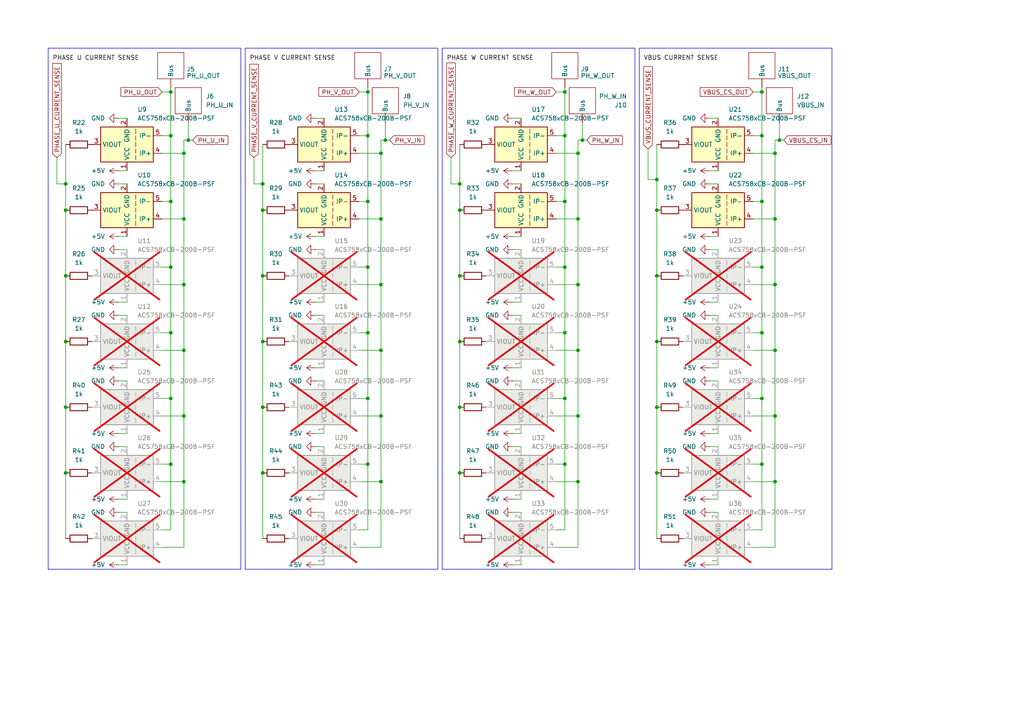
<source format=kicad_sch>
(kicad_sch (version 20231120) (generator "eeschema") (generator_version "8.0")
  (paper "A4")
  (title_block (title "1200V, 600A Traction Inverter") (date "2025-02-06") (rev "1") (company "University of California, Santa Cruz"))
  (junction (at 163.83 77.47))
  (junction (at 167.64 63.5))
  (junction (at 106.68 58.42))
  (junction (at 76.2 99.06))
  (junction (at 76.2 137.16))
  (junction (at 53.34 63.5))
  (junction (at 19.05 53.34))
  (junction (at 110.49 63.5))
  (junction (at 106.68 134.62))
  (junction (at 190.5 60.96))
  (junction (at 49.53 77.47))
  (junction (at 133.35 60.96))
  (junction (at 224.79 44.45))
  (junction (at 53.34 101.6))
  (junction (at 167.64 139.7))
  (junction (at 76.2 80.01))
  (junction (at 76.2 53.34))
  (junction (at 224.79 139.7))
  (junction (at 54.61 40.64))
  (junction (at 49.53 96.52))
  (junction (at 133.35 80.01))
  (junction (at 133.35 137.16))
  (junction (at 110.49 139.7))
  (junction (at 49.53 39.37))
  (junction (at 133.35 53.34))
  (junction (at 19.05 60.96))
  (junction (at 110.49 44.45))
  (junction (at 110.49 101.6))
  (junction (at 53.34 82.55))
  (junction (at 190.5 137.16))
  (junction (at 53.34 44.45))
  (junction (at 111.76 40.64))
  (junction (at 19.05 118.11))
  (junction (at 163.83 96.52))
  (junction (at 220.98 96.52))
  (junction (at 106.68 96.52))
  (junction (at 190.5 99.06))
  (junction (at 49.53 58.42))
  (junction (at 53.34 139.7))
  (junction (at 163.83 115.57))
  (junction (at 106.68 26.67))
  (junction (at 76.2 60.96))
  (junction (at 224.79 101.6))
  (junction (at 133.35 99.06))
  (junction (at 110.49 120.65))
  (junction (at 49.53 115.57))
  (junction (at 76.2 118.11))
  (junction (at 19.05 99.06))
  (junction (at 226.06 40.64))
  (junction (at 133.35 118.11))
  (junction (at 106.68 115.57))
  (junction (at 167.64 101.6))
  (junction (at 167.64 82.55))
  (junction (at 224.79 82.55))
  (junction (at 110.49 82.55))
  (junction (at 220.98 134.62))
  (junction (at 53.34 120.65))
  (junction (at 224.79 63.5))
  (junction (at 163.83 134.62))
  (junction (at 220.98 115.57))
  (junction (at 224.79 120.65))
  (junction (at 19.05 137.16))
  (junction (at 190.5 52.07))
  (junction (at 220.98 58.42))
  (junction (at 168.91 40.64))
  (junction (at 167.64 44.45))
  (junction (at 220.98 77.47))
  (junction (at 163.83 26.67))
  (junction (at 49.53 26.67))
  (junction (at 220.98 39.37))
  (junction (at 190.5 80.01))
  (junction (at 163.83 58.42))
  (junction (at 19.05 80.01))
  (junction (at 190.5 118.11))
  (junction (at 220.98 26.67))
  (junction (at 106.68 77.47))
  (junction (at 106.68 39.37))
  (junction (at 49.53 134.62))
  (junction (at 163.83 39.37))
  (junction (at 167.64 120.65))
  (wire (pts (xy 224.79 82.55) (xy 224.79 101.6)))
  (wire (pts (xy 163.83 134.62) (xy 163.83 153.67)))
  (wire (pts (xy 161.29 158.75) (xy 167.64 158.75)))
  (wire (pts (xy 205.74 91.44) (xy 208.28 91.44)))
  (wire (pts (xy 34.29 144.78) (xy 36.83 144.78)))
  (wire (pts (xy 148.59 148.59) (xy 151.13 148.59)))
  (wire (pts (xy 226.06 40.64) (xy 224.79 40.64)))
  (wire (pts (xy 205.74 68.58) (xy 208.28 68.58)))
  (wire (pts (xy 163.83 96.52) (xy 163.83 115.57)))
  (wire (pts (xy 91.44 110.49) (xy 93.98 110.49)))
  (wire (pts (xy 91.44 129.54) (xy 93.98 129.54)))
  (wire (pts (xy 91.44 91.44) (xy 93.98 91.44)))
  (wire (pts (xy 218.44 101.6) (xy 224.79 101.6)))
  (wire (pts (xy 49.53 58.42) (xy 46.99 58.42)))
  (wire (pts (xy 148.59 144.78) (xy 151.13 144.78)))
  (wire (pts (xy 133.35 80.01) (xy 133.35 99.06)))
  (wire (pts (xy 91.44 87.63) (xy 93.98 87.63)))
  (wire (pts (xy 49.53 134.62) (xy 46.99 134.62)))
  (wire (pts (xy 53.34 44.45) (xy 53.34 63.5)))
  (wire (pts (xy 163.83 115.57) (xy 163.83 134.62)))
  (wire (pts (xy 54.61 40.64) (xy 55.88 40.64)))
  (wire (pts (xy 161.29 26.67) (xy 163.83 26.67)))
  (wire (pts (xy 220.98 115.57) (xy 218.44 115.57)))
  (wire (pts (xy 106.68 58.42) (xy 104.14 58.42)))
  (wire (pts (xy 46.99 139.7) (xy 53.34 139.7)))
  (wire (pts (xy 133.35 118.11) (xy 133.35 137.16)))
  (wire (pts (xy 220.98 26.67) (xy 220.98 39.37)))
  (wire (pts (xy 49.53 39.37) (xy 46.99 39.37)))
  (wire (pts (xy 224.79 40.64) (xy 224.79 44.45)))
  (wire (pts (xy 106.68 58.42) (xy 106.68 77.47)))
  (wire (pts (xy 106.68 26.67) (xy 106.68 39.37)))
  (wire (pts (xy 19.05 53.34) (xy 19.05 60.96)))
  (wire (pts (xy 133.35 53.34) (xy 133.35 60.96)))
  (wire (pts (xy 46.99 63.5) (xy 53.34 63.5)))
  (wire (pts (xy 161.29 82.55) (xy 167.64 82.55)))
  (wire (pts (xy 91.44 106.68) (xy 93.98 106.68)))
  (wire (pts (xy 190.5 41.91) (xy 190.5 52.07)))
  (wire (pts (xy 46.99 82.55) (xy 53.34 82.55)))
  (wire (pts (xy 168.91 40.64) (xy 167.64 40.64)))
  (wire (pts (xy 220.98 58.42) (xy 218.44 58.42)))
  (wire (pts (xy 190.5 118.11) (xy 190.5 137.16)))
  (wire (pts (xy 34.29 163.83) (xy 36.83 163.83)))
  (wire (pts (xy 19.05 99.06) (xy 19.05 118.11)))
  (wire (pts (xy 110.49 82.55) (xy 110.49 101.6)))
  (wire (pts (xy 106.68 134.62) (xy 104.14 134.62)))
  (wire (pts (xy 76.2 99.06) (xy 76.2 118.11)))
  (wire (pts (xy 167.64 101.6) (xy 167.64 120.65)))
  (wire (pts (xy 205.74 72.39) (xy 208.28 72.39)))
  (wire (pts (xy 218.44 139.7) (xy 224.79 139.7)))
  (wire (pts (xy 187.96 43.18) (xy 187.96 52.07)))
  (wire (pts (xy 54.61 35.56) (xy 54.61 40.64)))
  (wire (pts (xy 167.64 40.64) (xy 167.64 44.45)))
  (wire (pts (xy 148.59 106.68) (xy 151.13 106.68)))
  (wire (pts (xy 34.29 129.54) (xy 36.83 129.54)))
  (wire (pts (xy 53.34 120.65) (xy 53.34 139.7)))
  (wire (pts (xy 49.53 115.57) (xy 49.53 134.62)))
  (wire (pts (xy 130.81 53.34) (xy 133.35 53.34)))
  (wire (pts (xy 133.35 41.91) (xy 133.35 53.34)))
  (wire (pts (xy 226.06 35.56) (xy 226.06 40.64)))
  (wire (pts (xy 148.59 125.73) (xy 151.13 125.73)))
  (wire (pts (xy 167.64 44.45) (xy 167.64 63.5)))
  (wire (pts (xy 224.79 101.6) (xy 224.79 120.65)))
  (wire (pts (xy 218.44 120.65) (xy 224.79 120.65)))
  (wire (pts (xy 133.35 137.16) (xy 133.35 156.21)))
  (wire (pts (xy 110.49 40.64) (xy 110.49 44.45)))
  (wire (pts (xy 106.68 115.57) (xy 106.68 134.62)))
  (wire (pts (xy 106.68 115.57) (xy 104.14 115.57)))
  (wire (pts (xy 53.34 63.5) (xy 53.34 82.55)))
  (wire (pts (xy 220.98 77.47) (xy 220.98 96.52)))
  (wire (pts (xy 148.59 87.63) (xy 151.13 87.63)))
  (wire (pts (xy 168.91 35.56) (xy 168.91 40.64)))
  (wire (pts (xy 49.53 77.47) (xy 46.99 77.47)))
  (wire (pts (xy 148.59 34.29) (xy 151.13 34.29)))
  (wire (pts (xy 205.74 129.54) (xy 208.28 129.54)))
  (wire (pts (xy 161.29 44.45) (xy 167.64 44.45)))
  (wire (pts (xy 205.74 53.34) (xy 208.28 53.34)))
  (wire (pts (xy 220.98 134.62) (xy 218.44 134.62)))
  (wire (pts (xy 34.29 110.49) (xy 36.83 110.49)))
  (wire (pts (xy 163.83 77.47) (xy 163.83 96.52)))
  (wire (pts (xy 226.06 40.64) (xy 227.33 40.64)))
  (wire (pts (xy 76.2 60.96) (xy 76.2 80.01)))
  (wire (pts (xy 34.29 125.73) (xy 36.83 125.73)))
  (wire (pts (xy 148.59 53.34) (xy 151.13 53.34)))
  (wire (pts (xy 110.49 139.7) (xy 110.49 158.75)))
  (wire (pts (xy 190.5 80.01) (xy 190.5 99.06)))
  (wire (pts (xy 148.59 110.49) (xy 151.13 110.49)))
  (wire (pts (xy 104.14 120.65) (xy 110.49 120.65)))
  (wire (pts (xy 46.99 101.6) (xy 53.34 101.6)))
  (wire (pts (xy 163.83 39.37) (xy 163.83 58.42)))
  (wire (pts (xy 76.2 41.91) (xy 76.2 53.34)))
  (wire (pts (xy 163.83 39.37) (xy 161.29 39.37)))
  (wire (pts (xy 205.74 110.49) (xy 208.28 110.49)))
  (wire (pts (xy 49.53 96.52) (xy 46.99 96.52)))
  (wire (pts (xy 76.2 80.01) (xy 76.2 99.06)))
  (wire (pts (xy 148.59 129.54) (xy 151.13 129.54)))
  (wire (pts (xy 220.98 153.67) (xy 218.44 153.67)))
  (wire (pts (xy 46.99 26.67) (xy 49.53 26.67)))
  (wire (pts (xy 34.29 34.29) (xy 36.83 34.29)))
  (wire (pts (xy 73.66 45.72) (xy 73.66 53.34)))
  (wire (pts (xy 106.68 25.4) (xy 106.68 26.67)))
  (wire (pts (xy 224.79 139.7) (xy 224.79 158.75)))
  (wire (pts (xy 19.05 60.96) (xy 19.05 80.01)))
  (wire (pts (xy 19.05 41.91) (xy 19.05 53.34)))
  (wire (pts (xy 106.68 77.47) (xy 104.14 77.47)))
  (wire (pts (xy 218.44 26.67) (xy 220.98 26.67)))
  (wire (pts (xy 104.14 44.45) (xy 110.49 44.45)))
  (wire (pts (xy 76.2 53.34) (xy 76.2 60.96)))
  (wire (pts (xy 91.44 148.59) (xy 93.98 148.59)))
  (wire (pts (xy 110.49 44.45) (xy 110.49 63.5)))
  (wire (pts (xy 34.29 91.44) (xy 36.83 91.44)))
  (wire (pts (xy 91.44 72.39) (xy 93.98 72.39)))
  (wire (pts (xy 49.53 58.42) (xy 49.53 77.47)))
  (wire (pts (xy 110.49 63.5) (xy 110.49 82.55)))
  (wire (pts (xy 34.29 87.63) (xy 36.83 87.63)))
  (wire (pts (xy 110.49 101.6) (xy 110.49 120.65)))
  (wire (pts (xy 46.99 120.65) (xy 53.34 120.65)))
  (wire (pts (xy 205.74 125.73) (xy 208.28 125.73)))
  (wire (pts (xy 148.59 163.83) (xy 151.13 163.83)))
  (wire (pts (xy 218.44 82.55) (xy 224.79 82.55)))
  (wire (pts (xy 148.59 91.44) (xy 151.13 91.44)))
  (wire (pts (xy 220.98 25.4) (xy 220.98 26.67)))
  (wire (pts (xy 220.98 115.57) (xy 220.98 134.62)))
  (wire (pts (xy 104.14 26.67) (xy 106.68 26.67)))
  (wire (pts (xy 111.76 40.64) (xy 113.03 40.64)))
  (wire (pts (xy 34.29 148.59) (xy 36.83 148.59)))
  (wire (pts (xy 91.44 53.34) (xy 93.98 53.34)))
  (wire (pts (xy 224.79 63.5) (xy 224.79 82.55)))
  (wire (pts (xy 49.53 77.47) (xy 49.53 96.52)))
  (wire (pts (xy 91.44 49.53) (xy 93.98 49.53)))
  (wire (pts (xy 34.29 68.58) (xy 36.83 68.58)))
  (wire (pts (xy 218.44 63.5) (xy 224.79 63.5)))
  (wire (pts (xy 224.79 120.65) (xy 224.79 139.7)))
  (wire (pts (xy 190.5 99.06) (xy 190.5 118.11)))
  (wire (pts (xy 148.59 68.58) (xy 151.13 68.58)))
  (wire (pts (xy 111.76 35.56) (xy 111.76 40.64)))
  (wire (pts (xy 34.29 49.53) (xy 36.83 49.53)))
  (wire (pts (xy 49.53 153.67) (xy 46.99 153.67)))
  (wire (pts (xy 148.59 49.53) (xy 151.13 49.53)))
  (wire (pts (xy 220.98 96.52) (xy 218.44 96.52)))
  (wire (pts (xy 53.34 101.6) (xy 53.34 120.65)))
  (wire (pts (xy 161.29 120.65) (xy 167.64 120.65)))
  (wire (pts (xy 34.29 106.68) (xy 36.83 106.68)))
  (wire (pts (xy 130.81 45.72) (xy 130.81 53.34)))
  (wire (pts (xy 220.98 96.52) (xy 220.98 115.57)))
  (wire (pts (xy 218.44 44.45) (xy 224.79 44.45)))
  (wire (pts (xy 54.61 40.64) (xy 53.34 40.64)))
  (wire (pts (xy 163.83 153.67) (xy 161.29 153.67)))
  (wire (pts (xy 133.35 60.96) (xy 133.35 80.01)))
  (wire (pts (xy 161.29 63.5) (xy 167.64 63.5)))
  (wire (pts (xy 161.29 139.7) (xy 167.64 139.7)))
  (wire (pts (xy 73.66 53.34) (xy 76.2 53.34)))
  (wire (pts (xy 220.98 39.37) (xy 218.44 39.37)))
  (wire (pts (xy 110.49 120.65) (xy 110.49 139.7)))
  (wire (pts (xy 205.74 144.78) (xy 208.28 144.78)))
  (wire (pts (xy 167.64 139.7) (xy 167.64 158.75)))
  (wire (pts (xy 46.99 44.45) (xy 53.34 44.45)))
  (wire (pts (xy 16.51 53.34) (xy 19.05 53.34)))
  (wire (pts (xy 167.64 63.5) (xy 167.64 82.55)))
  (wire (pts (xy 106.68 153.67) (xy 104.14 153.67)))
  (wire (pts (xy 49.53 25.4) (xy 49.53 26.67)))
  (wire (pts (xy 19.05 118.11) (xy 19.05 137.16)))
  (wire (pts (xy 49.53 96.52) (xy 49.53 115.57)))
  (wire (pts (xy 163.83 77.47) (xy 161.29 77.47)))
  (wire (pts (xy 224.79 44.45) (xy 224.79 63.5)))
  (wire (pts (xy 104.14 101.6) (xy 110.49 101.6)))
  (wire (pts (xy 91.44 144.78) (xy 93.98 144.78)))
  (wire (pts (xy 106.68 39.37) (xy 106.68 58.42)))
  (wire (pts (xy 76.2 137.16) (xy 76.2 156.21)))
  (wire (pts (xy 163.83 25.4) (xy 163.83 26.67)))
  (wire (pts (xy 190.5 137.16) (xy 190.5 156.21)))
  (wire (pts (xy 163.83 58.42) (xy 161.29 58.42)))
  (wire (pts (xy 190.5 52.07) (xy 190.5 60.96)))
  (wire (pts (xy 163.83 58.42) (xy 163.83 77.47)))
  (wire (pts (xy 16.51 45.72) (xy 16.51 53.34)))
  (wire (pts (xy 167.64 120.65) (xy 167.64 139.7)))
  (wire (pts (xy 91.44 68.58) (xy 93.98 68.58)))
  (wire (pts (xy 220.98 58.42) (xy 220.98 77.47)))
  (wire (pts (xy 133.35 99.06) (xy 133.35 118.11)))
  (wire (pts (xy 91.44 163.83) (xy 93.98 163.83)))
  (wire (pts (xy 187.96 52.07) (xy 190.5 52.07)))
  (wire (pts (xy 205.74 49.53) (xy 208.28 49.53)))
  (wire (pts (xy 220.98 77.47) (xy 218.44 77.47)))
  (wire (pts (xy 167.64 82.55) (xy 167.64 101.6)))
  (wire (pts (xy 205.74 148.59) (xy 208.28 148.59)))
  (wire (pts (xy 106.68 39.37) (xy 104.14 39.37)))
  (wire (pts (xy 106.68 77.47) (xy 106.68 96.52)))
  (wire (pts (xy 148.59 72.39) (xy 151.13 72.39)))
  (wire (pts (xy 106.68 134.62) (xy 106.68 153.67)))
  (wire (pts (xy 163.83 134.62) (xy 161.29 134.62)))
  (wire (pts (xy 76.2 118.11) (xy 76.2 137.16)))
  (wire (pts (xy 163.83 96.52) (xy 161.29 96.52)))
  (wire (pts (xy 220.98 134.62) (xy 220.98 153.67)))
  (wire (pts (xy 34.29 72.39) (xy 36.83 72.39)))
  (wire (pts (xy 91.44 125.73) (xy 93.98 125.73)))
  (wire (pts (xy 104.14 158.75) (xy 110.49 158.75)))
  (wire (pts (xy 34.29 53.34) (xy 36.83 53.34)))
  (wire (pts (xy 106.68 96.52) (xy 104.14 96.52)))
  (wire (pts (xy 53.34 82.55) (xy 53.34 101.6)))
  (wire (pts (xy 49.53 39.37) (xy 49.53 58.42)))
  (wire (pts (xy 19.05 137.16) (xy 19.05 156.21)))
  (wire (pts (xy 220.98 39.37) (xy 220.98 58.42)))
  (wire (pts (xy 218.44 158.75) (xy 224.79 158.75)))
  (wire (pts (xy 205.74 34.29) (xy 208.28 34.29)))
  (wire (pts (xy 205.74 87.63) (xy 208.28 87.63)))
  (wire (pts (xy 53.34 139.7) (xy 53.34 158.75)))
  (wire (pts (xy 46.99 158.75) (xy 53.34 158.75)))
  (wire (pts (xy 104.14 63.5) (xy 110.49 63.5)))
  (wire (pts (xy 19.05 80.01) (xy 19.05 99.06)))
  (wire (pts (xy 163.83 26.67) (xy 163.83 39.37)))
  (wire (pts (xy 205.74 106.68) (xy 208.28 106.68)))
  (wire (pts (xy 49.53 26.67) (xy 49.53 39.37)))
  (wire (pts (xy 106.68 96.52) (xy 106.68 115.57)))
  (wire (pts (xy 49.53 115.57) (xy 46.99 115.57)))
  (wire (pts (xy 205.74 163.83) (xy 208.28 163.83)))
  (wire (pts (xy 53.34 40.64) (xy 53.34 44.45)))
  (wire (pts (xy 104.14 139.7) (xy 110.49 139.7)))
  (wire (pts (xy 168.91 40.64) (xy 170.18 40.64)))
  (wire (pts (xy 91.44 34.29) (xy 93.98 34.29)))
  (wire (pts (xy 111.76 40.64) (xy 110.49 40.64)))
  (wire (pts (xy 190.5 60.96) (xy 190.5 80.01)))
  (wire (pts (xy 163.83 115.57) (xy 161.29 115.57)))
  (wire (pts (xy 49.53 134.62) (xy 49.53 153.67)))
  (wire (pts (xy 161.29 101.6) (xy 167.64 101.6)))
  (wire (pts (xy 104.14 82.55) (xy 110.49 82.55)))
  (rectangle (start 71.12 13.97) (end 127 165.1))
  (rectangle (start 128.27 13.97) (end 184.15 165.1))
  (rectangle (start 185.42 13.97) (end 241.3 165.1))
  (rectangle (start 13.97 13.97) (end 69.85 165.1))
  (label "VBUS CURRENT SENSE" (at 186.69 17.78 0))
  (label "PHASE V CURRENT SENSE" (at 72.39 17.78 0))
  (label "PHASE U CURRENT SENSE" (at 15.24 17.78 0))
  (label "PHASE W CURRENT SENSE" (at 129.54 17.78 0))
  (global_label "PHASE_U_CURRENT_SENSE" (shape input) (at 16.51 45.72 90) (property "Intersheetrefs" "${INTERSHEET_REFS}" (effects (hide yes))))
  (global_label "PH_V_OUT" (shape input) (at 104.14 26.67 180) (property "Intersheetrefs" "${INTERSHEET_REFS}" (effects (hide yes))))
  (global_label "PHASE_V_CURRENT_SENSE" (shape input) (at 73.66 45.72 90) (property "Intersheetrefs" "${INTERSHEET_REFS}" (effects (hide yes))))
  (global_label "PH_W_OUT" (shape input) (at 161.29 26.67 180) (property "Intersheetrefs" "${INTERSHEET_REFS}" (effects (hide yes))))
  (global_label "PHASE_W_CURRENT_SENSE" (shape input) (at 130.81 45.72 90) (property "Intersheetrefs" "${INTERSHEET_REFS}" (effects (hide yes))))
  (global_label "VBUS_CS_OUT" (shape input) (at 218.44 26.67 180) (property "Intersheetrefs" "${INTERSHEET_REFS}" (effects (hide yes))))
  (global_label "PH_W_IN" (shape input) (at 170.18 40.64 0) (property "Intersheetrefs" "${INTERSHEET_REFS}" (effects (hide yes))))
  (global_label "VBUS_CURRENT_SENSE" (shape input) (at 187.96 43.18 90) (property "Intersheetrefs" "${INTERSHEET_REFS}" (effects (hide yes))))
  (global_label "PH_U_OUT" (shape input) (at 46.99 26.67 180) (property "Intersheetrefs" "${INTERSHEET_REFS}" (effects (hide yes))))
  (global_label "PH_V_IN" (shape input) (at 113.03 40.64 0) (property "Intersheetrefs" "${INTERSHEET_REFS}" (effects (hide yes))))
  (global_label "PH_U_IN" (shape input) (at 55.88 40.64 0) (property "Intersheetrefs" "${INTERSHEET_REFS}" (effects (hide yes))))
  (global_label "VBUS_CS_IN" (shape input) (at 227.33 40.64 0) (property "Intersheetrefs" "${INTERSHEET_REFS}" (effects (hide yes))))
  (symbol (lib_id "Device:R") (at 22.86 41.91 90) (unit 1)
    (property "Reference" "R22" (at 22.86 35.56 90))
    (property "Value" "1k" (at 22.86 38.1 90))
    (property "Footprint" "1210" (effects (hide yes)))
    (property "Description" "Resistor" (effects (hide yes)))
  )
  (symbol (lib_id "power:+5V") (at 34.29 163.83 90) (unit 1)
    (property "Reference" "#PWR098" (effects (hide yes)))
    (property "Value" "+5V" (at 30.48 163.8299 90) (effects (justify left)))
    (property "Description" "Power symbol creates a global label with name \"+5V\"" (effects (hide yes)))
  )
  (symbol (lib_id "Sensor_Current:ACS758xCB-200B-PSF") (at 151.13 60.96 180) (unit 1)
    (property "Reference" "U18" (at 154.1465 50.8 0) (effects (justify right)))
    (property "Value" "ACS758xCB-200B-PSF" (at 154.1465 53.34 0) (effects (justify right)))
    (property "Footprint" "Sensor_Current:Allegro_CB_PSF" (effects (hide yes)))
    (property "Datasheet" "http://www.allegromicro.com/~/media/Files/Datasheets/ACS758-Datasheet.ashx?la=en" (effects (hide yes)))
    (property "Description" "±200A Bidirectional Hall-Effect Current Sensor, +5.0V supply, 10mV/A, CB-5 PSF" (effects (hide yes)))
  )
  (symbol (lib_id "Device:R") (at 80.01 99.06 90) (unit 1)
    (property "Reference" "R31" (at 80.01 92.71 90))
    (property "Value" "1k" (at 80.01 95.25 90))
    (property "Footprint" "1210" (effects (hide yes)))
    (property "Description" "Resistor" (effects (hide yes)))
  )
  (symbol (lib_id "power:GND") (at 205.74 72.39 270) (unit 1)
    (property "Reference" "#PWR089" (effects (hide yes)))
    (property "Value" "GND" (at 201.93 72.3899 90) (effects (justify right)))
    (property "Description" "Power symbol creates a global label with name \"GND\" , ground" (effects (hide yes)))
  )
  (symbol (lib_id "Sensor_Current:ACS758xCB-200B-PSF") (at 36.83 41.91 180) (unit 1)
    (property "Reference" "U9" (at 39.8465 31.75 0) (effects (justify right)))
    (property "Value" "ACS758xCB-200B-PSF" (at 39.8465 34.29 0) (effects (justify right)))
    (property "Footprint" "Sensor_Current:Allegro_CB_PSF" (effects (hide yes)))
    (property "Datasheet" "http://www.allegromicro.com/~/media/Files/Datasheets/ACS758-Datasheet.ashx?la=en" (effects (hide yes)))
    (property "Description" "±200A Bidirectional Hall-Effect Current Sensor, +5.0V supply, 10mV/A, CB-5 PSF" (effects (hide yes)))
  )
  (symbol (lib_id "Sensor_Current:ACS758xCB-200B-PSF") (at 151.13 118.11 180) (unit 1) (dnp yes)
    (property "Reference" "U31" (at 154.1465 107.95 0) (effects (justify right)))
    (property "Value" "ACS758xCB-200B-PSF" (at 154.1465 110.49 0) (effects (justify right)))
    (property "Footprint" "Sensor_Current:Allegro_CB_PSF" (effects (hide yes)))
    (property "Datasheet" "http://www.allegromicro.com/~/media/Files/Datasheets/ACS758-Datasheet.ashx?la=en" (effects (hide yes)))
    (property "Description" "±200A Bidirectional Hall-Effect Current Sensor, +5.0V supply, 10mV/A, CB-5 PSF" (effects (hide yes)))
  )
  (symbol (lib_id "Device:R") (at 80.01 118.11 90) (unit 1)
    (property "Reference" "R43" (at 80.01 111.76 90))
    (property "Value" "1k" (at 80.01 114.3 90))
    (property "Footprint" "1210" (effects (hide yes)))
    (property "Description" "Resistor" (effects (hide yes)))
  )
  (symbol (lib_id "Sensor_Current:ACS758xCB-200B-PSF") (at 36.83 99.06 180) (unit 1) (dnp yes)
    (property "Reference" "U12" (at 39.8465 88.9 0) (effects (justify right)))
    (property "Value" "ACS758xCB-200B-PSF" (at 39.8465 91.44 0) (effects (justify right)))
    (property "Footprint" "Sensor_Current:Allegro_CB_PSF" (effects (hide yes)))
    (property "Datasheet" "http://www.allegromicro.com/~/media/Files/Datasheets/ACS758-Datasheet.ashx?la=en" (effects (hide yes)))
    (property "Description" "±200A Bidirectional Hall-Effect Current Sensor, +5.0V supply, 10mV/A, CB-5 PSF" (effects (hide yes)))
  )
  (symbol (lib_id "Device:R") (at 194.31 156.21 90) (unit 1)
    (property "Reference" "R51" (at 194.31 149.86 90))
    (property "Value" "1k" (at 194.31 152.4 90))
    (property "Footprint" "1210" (effects (hide yes)))
    (property "Description" "Resistor" (effects (hide yes)))
  )
  (symbol (lib_id "power:+5V") (at 91.44 49.53 90) (unit 1)
    (property "Reference" "#PWR070" (effects (hide yes)))
    (property "Value" "+5V" (at 87.63 49.5299 90) (effects (justify left)))
    (property "Description" "Power symbol creates a global label with name \"+5V\"" (effects (hide yes)))
  )
  (symbol (lib_id "Sensor_Current:ACS758xCB-200B-PSF") (at 208.28 137.16 180) (unit 1) (dnp yes)
    (property "Reference" "U35" (at 211.2965 127 0) (effects (justify right)))
    (property "Value" "ACS758xCB-200B-PSF" (at 211.2965 129.54 0) (effects (justify right)))
    (property "Footprint" "Sensor_Current:Allegro_CB_PSF" (effects (hide yes)))
    (property "Datasheet" "http://www.allegromicro.com/~/media/Files/Datasheets/ACS758-Datasheet.ashx?la=en" (effects (hide yes)))
    (property "Description" "±200A Bidirectional Hall-Effect Current Sensor, +5.0V supply, 10mV/A, CB-5 PSF" (effects (hide yes)))
  )
  (symbol (lib_id "InverterCom:BusBarConnection") (at 106.68 19.05 270) (unit 1)
    (property "Reference" "J7" (at 111.252 20.066 90) (effects (justify left)))
    (property "Value" "PH_V_OUT" (at 111.252 21.9711 90) (effects (justify left)))
  )
  (symbol (lib_id "power:GND") (at 91.44 110.49 270) (unit 1)
    (property "Reference" "#PWR099" (effects (hide yes)))
    (property "Value" "GND" (at 87.63 110.4899 90) (effects (justify right)))
    (property "Description" "Power symbol creates a global label with name \"GND\" , ground" (effects (hide yes)))
  )
  (symbol (lib_id "Sensor_Current:ACS758xCB-200B-PSF") (at 93.98 118.11 180) (unit 1) (dnp yes)
    (property "Reference" "U28" (at 96.9965 107.95 0) (effects (justify right)))
    (property "Value" "ACS758xCB-200B-PSF" (at 96.9965 110.49 0) (effects (justify right)))
    (property "Footprint" "Sensor_Current:Allegro_CB_PSF" (effects (hide yes)))
    (property "Datasheet" "http://www.allegromicro.com/~/media/Files/Datasheets/ACS758-Datasheet.ashx?la=en" (effects (hide yes)))
    (property "Description" "±200A Bidirectional Hall-Effect Current Sensor, +5.0V supply, 10mV/A, CB-5 PSF" (effects (hide yes)))
  )
  (symbol (lib_id "Device:R") (at 137.16 118.11 90) (unit 1)
    (property "Reference" "R46" (at 137.16 111.76 90))
    (property "Value" "1k" (at 137.16 114.3 90))
    (property "Footprint" "1210" (effects (hide yes)))
    (property "Description" "Resistor" (effects (hide yes)))
  )
  (symbol (lib_id "Device:R") (at 137.16 137.16 90) (unit 1)
    (property "Reference" "R47" (at 137.16 130.81 90))
    (property "Value" "1k" (at 137.16 133.35 90))
    (property "Footprint" "1210" (effects (hide yes)))
    (property "Description" "Resistor" (effects (hide yes)))
  )
  (symbol (lib_id "InverterCom:BusBarConnection") (at 168.91 29.21 270) (unit 1)
    (property "Reference" "J10" (at 181.864 30.48 90) (effects (justify right)))
    (property "Value" "PH_W_IN" (at 181.864 27.9399 90) (effects (justify right)))
  )
  (symbol (lib_id "power:GND") (at 34.29 72.39 270) (unit 1)
    (property "Reference" "#PWR065" (effects (hide yes)))
    (property "Value" "GND" (at 30.48 72.3899 90) (effects (justify right)))
    (property "Description" "Power symbol creates a global label with name \"GND\" , ground" (effects (hide yes)))
  )
  (symbol (lib_id "Sensor_Current:ACS758xCB-200B-PSF") (at 93.98 80.01 180) (unit 1) (dnp yes)
    (property "Reference" "U15" (at 96.9965 69.85 0) (effects (justify right)))
    (property "Value" "ACS758xCB-200B-PSF" (at 96.9965 72.39 0) (effects (justify right)))
    (property "Footprint" "Sensor_Current:Allegro_CB_PSF" (effects (hide yes)))
    (property "Datasheet" "http://www.allegromicro.com/~/media/Files/Datasheets/ACS758-Datasheet.ashx?la=en" (effects (hide yes)))
    (property "Description" "±200A Bidirectional Hall-Effect Current Sensor, +5.0V supply, 10mV/A, CB-5 PSF" (effects (hide yes)))
  )
  (symbol (lib_id "Sensor_Current:ACS758xCB-200B-PSF") (at 151.13 80.01 180) (unit 1) (dnp yes)
    (property "Reference" "U19" (at 154.1465 69.85 0) (effects (justify right)))
    (property "Value" "ACS758xCB-200B-PSF" (at 154.1465 72.39 0) (effects (justify right)))
    (property "Footprint" "Sensor_Current:Allegro_CB_PSF" (effects (hide yes)))
    (property "Datasheet" "http://www.allegromicro.com/~/media/Files/Datasheets/ACS758-Datasheet.ashx?la=en" (effects (hide yes)))
    (property "Description" "±200A Bidirectional Hall-Effect Current Sensor, +5.0V supply, 10mV/A, CB-5 PSF" (effects (hide yes)))
  )
  (symbol (lib_id "power:+5V") (at 205.74 68.58 90) (unit 1)
    (property "Reference" "#PWR088" (effects (hide yes)))
    (property "Value" "+5V" (at 201.93 68.5799 90) (effects (justify left)))
    (property "Description" "Power symbol creates a global label with name \"+5V\"" (effects (hide yes)))
  )
  (symbol (lib_id "power:+5V") (at 148.59 68.58 90) (unit 1)
    (property "Reference" "#PWR080" (effects (hide yes)))
    (property "Value" "+5V" (at 144.78 68.5799 90) (effects (justify left)))
    (property "Description" "Power symbol creates a global label with name \"+5V\"" (effects (hide yes)))
  )
  (symbol (lib_id "Sensor_Current:ACS758xCB-200B-PSF") (at 36.83 118.11 180) (unit 1) (dnp yes)
    (property "Reference" "U25" (at 39.8465 107.95 0) (effects (justify right)))
    (property "Value" "ACS758xCB-200B-PSF" (at 39.8465 110.49 0) (effects (justify right)))
    (property "Footprint" "Sensor_Current:Allegro_CB_PSF" (effects (hide yes)))
    (property "Datasheet" "http://www.allegromicro.com/~/media/Files/Datasheets/ACS758-Datasheet.ashx?la=en" (effects (hide yes)))
    (property "Description" "±200A Bidirectional Hall-Effect Current Sensor, +5.0V supply, 10mV/A, CB-5 PSF" (effects (hide yes)))
  )
  (symbol (lib_id "Sensor_Current:ACS758xCB-200B-PSF") (at 208.28 60.96 180) (unit 1)
    (property "Reference" "U22" (at 211.2965 50.8 0) (effects (justify right)))
    (property "Value" "ACS758xCB-200B-PSF" (at 211.2965 53.34 0) (effects (justify right)))
    (property "Footprint" "Sensor_Current:Allegro_CB_PSF" (effects (hide yes)))
    (property "Datasheet" "http://www.allegromicro.com/~/media/Files/Datasheets/ACS758-Datasheet.ashx?la=en" (effects (hide yes)))
    (property "Description" "±200A Bidirectional Hall-Effect Current Sensor, +5.0V supply, 10mV/A, CB-5 PSF" (effects (hide yes)))
  )
  (symbol (lib_id "power:GND") (at 91.44 148.59 270) (unit 1)
    (property "Reference" "#PWR0103" (effects (hide yes)))
    (property "Value" "GND" (at 87.63 148.5899 90) (effects (justify right)))
    (property "Description" "Power symbol creates a global label with name \"GND\" , ground" (effects (hide yes)))
  )
  (symbol (lib_id "Device:R") (at 137.16 60.96 90) (unit 1)
    (property "Reference" "R33" (at 137.16 54.61 90))
    (property "Value" "1k" (at 137.16 57.15 90))
    (property "Footprint" "1210" (effects (hide yes)))
    (property "Description" "Resistor" (effects (hide yes)))
  )
  (symbol (lib_id "Sensor_Current:ACS758xCB-200B-PSF") (at 36.83 60.96 180) (unit 1)
    (property "Reference" "U10" (at 39.8465 50.8 0) (effects (justify right)))
    (property "Value" "ACS758xCB-200B-PSF" (at 39.8465 53.34 0) (effects (justify right)))
    (property "Footprint" "Sensor_Current:Allegro_CB_PSF" (effects (hide yes)))
    (property "Datasheet" "http://www.allegromicro.com/~/media/Files/Datasheets/ACS758-Datasheet.ashx?la=en" (effects (hide yes)))
    (property "Description" "±200A Bidirectional Hall-Effect Current Sensor, +5.0V supply, 10mV/A, CB-5 PSF" (effects (hide yes)))
  )
  (symbol (lib_id "power:GND") (at 148.59 129.54 270) (unit 1)
    (property "Reference" "#PWR0107" (effects (hide yes)))
    (property "Value" "GND" (at 144.78 129.5399 90) (effects (justify right)))
    (property "Description" "Power symbol creates a global label with name \"GND\" , ground" (effects (hide yes)))
  )
  (symbol (lib_id "Sensor_Current:ACS758xCB-200B-PSF") (at 93.98 41.91 180) (unit 1)
    (property "Reference" "U13" (at 96.9965 31.75 0) (effects (justify right)))
    (property "Value" "ACS758xCB-200B-PSF" (at 96.9965 34.29 0) (effects (justify right)))
    (property "Footprint" "Sensor_Current:Allegro_CB_PSF" (effects (hide yes)))
    (property "Datasheet" "http://www.allegromicro.com/~/media/Files/Datasheets/ACS758-Datasheet.ashx?la=en" (effects (hide yes)))
    (property "Description" "±200A Bidirectional Hall-Effect Current Sensor, +5.0V supply, 10mV/A, CB-5 PSF" (effects (hide yes)))
  )
  (symbol (lib_id "power:GND") (at 148.59 53.34 270) (unit 1)
    (property "Reference" "#PWR079" (effects (hide yes)))
    (property "Value" "GND" (at 144.78 53.3399 90) (effects (justify right)))
    (property "Description" "Power symbol creates a global label with name \"GND\" , ground" (effects (hide yes)))
  )
  (symbol (lib_id "Sensor_Current:ACS758xCB-200B-PSF") (at 36.83 80.01 180) (unit 1) (dnp yes)
    (property "Reference" "U11" (at 39.8465 69.85 0) (effects (justify right)))
    (property "Value" "ACS758xCB-200B-PSF" (at 39.8465 72.39 0) (effects (justify right)))
    (property "Footprint" "Sensor_Current:Allegro_CB_PSF" (effects (hide yes)))
    (property "Datasheet" "http://www.allegromicro.com/~/media/Files/Datasheets/ACS758-Datasheet.ashx?la=en" (effects (hide yes)))
    (property "Description" "±200A Bidirectional Hall-Effect Current Sensor, +5.0V supply, 10mV/A, CB-5 PSF" (effects (hide yes)))
  )
  (symbol (lib_id "Sensor_Current:ACS758xCB-200B-PSF") (at 93.98 156.21 180) (unit 1) (dnp yes)
    (property "Reference" "U30" (at 96.9965 146.05 0) (effects (justify right)))
    (property "Value" "ACS758xCB-200B-PSF" (at 96.9965 148.59 0) (effects (justify right)))
    (property "Footprint" "Sensor_Current:Allegro_CB_PSF" (effects (hide yes)))
    (property "Datasheet" "http://www.allegromicro.com/~/media/Files/Datasheets/ACS758-Datasheet.ashx?la=en" (effects (hide yes)))
    (property "Description" "±200A Bidirectional Hall-Effect Current Sensor, +5.0V supply, 10mV/A, CB-5 PSF" (effects (hide yes)))
  )
  (symbol (lib_id "power:+5V") (at 91.44 144.78 90) (unit 1)
    (property "Reference" "#PWR0102" (effects (hide yes)))
    (property "Value" "+5V" (at 87.63 144.7799 90) (effects (justify left)))
    (property "Description" "Power symbol creates a global label with name \"+5V\"" (effects (hide yes)))
  )
  (symbol (lib_id "power:GND") (at 148.59 72.39 270) (unit 1)
    (property "Reference" "#PWR081" (effects (hide yes)))
    (property "Value" "GND" (at 144.78 72.3899 90) (effects (justify right)))
    (property "Description" "Power symbol creates a global label with name \"GND\" , ground" (effects (hide yes)))
  )
  (symbol (lib_id "power:GND") (at 205.74 148.59 270) (unit 1)
    (property "Reference" "#PWR0115" (effects (hide yes)))
    (property "Value" "GND" (at 201.93 148.5899 90) (effects (justify right)))
    (property "Description" "Power symbol creates a global label with name \"GND\" , ground" (effects (hide yes)))
  )
  (symbol (lib_id "Device:R") (at 22.86 137.16 90) (unit 1)
    (property "Reference" "R41" (at 22.86 130.81 90))
    (property "Value" "1k" (at 22.86 133.35 90))
    (property "Footprint" "1210" (effects (hide yes)))
    (property "Description" "Resistor" (effects (hide yes)))
  )
  (symbol (lib_id "Device:R") (at 194.31 118.11 90) (unit 1)
    (property "Reference" "R49" (at 194.31 111.76 90))
    (property "Value" "1k" (at 194.31 114.3 90))
    (property "Footprint" "1210" (effects (hide yes)))
    (property "Description" "Resistor" (effects (hide yes)))
  )
  (symbol (lib_id "power:GND") (at 34.29 53.34 270) (unit 1)
    (property "Reference" "#PWR063" (effects (hide yes)))
    (property "Value" "GND" (at 30.48 53.3399 90) (effects (justify right)))
    (property "Description" "Power symbol creates a global label with name \"GND\" , ground" (effects (hide yes)))
  )
  (symbol (lib_id "power:+5V") (at 148.59 163.83 90) (unit 1)
    (property "Reference" "#PWR0110" (effects (hide yes)))
    (property "Value" "+5V" (at 144.78 163.8299 90) (effects (justify left)))
    (property "Description" "Power symbol creates a global label with name \"+5V\"" (effects (hide yes)))
  )
  (symbol (lib_id "power:GND") (at 91.44 53.34 270) (unit 1)
    (property "Reference" "#PWR071" (effects (hide yes)))
    (property "Value" "GND" (at 87.63 53.3399 90) (effects (justify right)))
    (property "Description" "Power symbol creates a global label with name \"GND\" , ground" (effects (hide yes)))
  )
  (symbol (lib_id "power:+5V") (at 34.29 125.73 90) (unit 1)
    (property "Reference" "#PWR094" (effects (hide yes)))
    (property "Value" "+5V" (at 30.48 125.7299 90) (effects (justify left)))
    (property "Description" "Power symbol creates a global label with name \"+5V\"" (effects (hide yes)))
  )
  (symbol (lib_id "Sensor_Current:ACS758xCB-200B-PSF") (at 151.13 137.16 180) (unit 1) (dnp yes)
    (property "Reference" "U32" (at 154.1465 127 0) (effects (justify right)))
    (property "Value" "ACS758xCB-200B-PSF" (at 154.1465 129.54 0) (effects (justify right)))
    (property "Footprint" "Sensor_Current:Allegro_CB_PSF" (effects (hide yes)))
    (property "Datasheet" "http://www.allegromicro.com/~/media/Files/Datasheets/ACS758-Datasheet.ashx?la=en" (effects (hide yes)))
    (property "Description" "±200A Bidirectional Hall-Effect Current Sensor, +5.0V supply, 10mV/A, CB-5 PSF" (effects (hide yes)))
  )
  (symbol (lib_id "power:GND") (at 91.44 91.44 270) (unit 1)
    (property "Reference" "#PWR075" (effects (hide yes)))
    (property "Value" "GND" (at 87.63 91.4399 90) (effects (justify right)))
    (property "Description" "Power symbol creates a global label with name \"GND\" , ground" (effects (hide yes)))
  )
  (symbol (lib_id "power:GND") (at 34.29 34.29 270) (unit 1)
    (property "Reference" "#PWR058" (effects (hide yes)))
    (property "Value" "GND" (at 30.48 34.2899 90) (effects (justify right)))
    (property "Description" "Power symbol creates a global label with name \"GND\" , ground" (effects (hide yes)))
  )
  (symbol (lib_id "power:+5V") (at 205.74 125.73 90) (unit 1)
    (property "Reference" "#PWR0112" (effects (hide yes)))
    (property "Value" "+5V" (at 201.93 125.7299 90) (effects (justify left)))
    (property "Description" "Power symbol creates a global label with name \"+5V\"" (effects (hide yes)))
  )
  (symbol (lib_id "power:+5V") (at 34.29 87.63 90) (unit 1)
    (property "Reference" "#PWR066" (effects (hide yes)))
    (property "Value" "+5V" (at 30.48 87.6299 90) (effects (justify left)))
    (property "Description" "Power symbol creates a global label with name \"+5V\"" (effects (hide yes)))
  )
  (symbol (lib_id "Device:R") (at 80.01 41.91 90) (unit 1)
    (property "Reference" "R28" (at 80.01 35.56 90))
    (property "Value" "1k" (at 80.01 38.1 90))
    (property "Footprint" "1210" (effects (hide yes)))
    (property "Description" "Resistor" (effects (hide yes)))
  )
  (symbol (lib_id "power:+5V") (at 148.59 125.73 90) (unit 1)
    (property "Reference" "#PWR0106" (effects (hide yes)))
    (property "Value" "+5V" (at 144.78 125.7299 90) (effects (justify left)))
    (property "Description" "Power symbol creates a global label with name \"+5V\"" (effects (hide yes)))
  )
  (symbol (lib_id "power:+5V") (at 34.29 49.53 90) (unit 1)
    (property "Reference" "#PWR062" (effects (hide yes)))
    (property "Value" "+5V" (at 30.48 49.5299 90) (effects (justify left)))
    (property "Description" "Power symbol creates a global label with name \"+5V\"" (effects (hide yes)))
  )
  (symbol (lib_id "InverterCom:BusBarConnection") (at 111.76 29.21 270) (unit 1)
    (property "Reference" "J8" (at 116.84 27.9399 90) (effects (justify left)))
    (property "Value" "PH_V_IN" (at 116.84 30.4799 90) (effects (justify left)))
  )
  (symbol (lib_id "Device:R") (at 137.16 80.01 90) (unit 1)
    (property "Reference" "R34" (at 137.16 73.66 90))
    (property "Value" "1k" (at 137.16 76.2 90))
    (property "Footprint" "1210" (effects (hide yes)))
    (property "Description" "Resistor" (effects (hide yes)))
  )
  (symbol (lib_id "Sensor_Current:ACS758xCB-200B-PSF") (at 208.28 41.91 180) (unit 1)
    (property "Reference" "U21" (at 211.2965 31.75 0) (effects (justify right)))
    (property "Value" "ACS758xCB-200B-PSF" (at 211.2965 34.29 0) (effects (justify right)))
    (property "Footprint" "Sensor_Current:Allegro_CB_PSF" (effects (hide yes)))
    (property "Datasheet" "http://www.allegromicro.com/~/media/Files/Datasheets/ACS758-Datasheet.ashx?la=en" (effects (hide yes)))
    (property "Description" "±200A Bidirectional Hall-Effect Current Sensor, +5.0V supply, 10mV/A, CB-5 PSF" (effects (hide yes)))
  )
  (symbol (lib_id "power:GND") (at 34.29 91.44 270) (unit 1)
    (property "Reference" "#PWR067" (effects (hide yes)))
    (property "Value" "GND" (at 30.48 91.4399 90) (effects (justify right)))
    (property "Description" "Power symbol creates a global label with name \"GND\" , ground" (effects (hide yes)))
  )
  (symbol (lib_id "Sensor_Current:ACS758xCB-200B-PSF") (at 151.13 99.06 180) (unit 1) (dnp yes)
    (property "Reference" "U20" (at 154.1465 88.9 0) (effects (justify right)))
    (property "Value" "ACS758xCB-200B-PSF" (at 154.1465 91.44 0) (effects (justify right)))
    (property "Footprint" "Sensor_Current:Allegro_CB_PSF" (effects (hide yes)))
    (property "Datasheet" "http://www.allegromicro.com/~/media/Files/Datasheets/ACS758-Datasheet.ashx?la=en" (effects (hide yes)))
    (property "Description" "±200A Bidirectional Hall-Effect Current Sensor, +5.0V supply, 10mV/A, CB-5 PSF" (effects (hide yes)))
  )
  (symbol (lib_id "power:+5V") (at 34.29 144.78 90) (unit 1)
    (property "Reference" "#PWR096" (effects (hide yes)))
    (property "Value" "+5V" (at 30.48 144.7799 90) (effects (justify left)))
    (property "Description" "Power symbol creates a global label with name \"+5V\"" (effects (hide yes)))
  )
  (symbol (lib_id "Device:R") (at 80.01 156.21 90) (unit 1)
    (property "Reference" "R45" (at 80.01 149.86 90))
    (property "Value" "1k" (at 80.01 152.4 90))
    (property "Footprint" "1210" (effects (hide yes)))
    (property "Description" "Resistor" (effects (hide yes)))
  )
  (symbol (lib_id "power:+5V") (at 205.74 87.63 90) (unit 1)
    (property "Reference" "#PWR090" (effects (hide yes)))
    (property "Value" "+5V" (at 201.93 87.6299 90) (effects (justify left)))
    (property "Description" "Power symbol creates a global label with name \"+5V\"" (effects (hide yes)))
  )
  (symbol (lib_id "power:GND") (at 34.29 129.54 270) (unit 1)
    (property "Reference" "#PWR095" (effects (hide yes)))
    (property "Value" "GND" (at 30.48 129.5399 90) (effects (justify right)))
    (property "Description" "Power symbol creates a global label with name \"GND\" , ground" (effects (hide yes)))
  )
  (symbol (lib_id "power:+5V") (at 148.59 49.53 90) (unit 1)
    (property "Reference" "#PWR078" (effects (hide yes)))
    (property "Value" "+5V" (at 144.78 49.5299 90) (effects (justify left)))
    (property "Description" "Power symbol creates a global label with name \"+5V\"" (effects (hide yes)))
  )
  (symbol (lib_id "power:GND") (at 205.74 53.34 270) (unit 1)
    (property "Reference" "#PWR087" (effects (hide yes)))
    (property "Value" "GND" (at 201.93 53.3399 90) (effects (justify right)))
    (property "Description" "Power symbol creates a global label with name \"GND\" , ground" (effects (hide yes)))
  )
  (symbol (lib_id "Sensor_Current:ACS758xCB-200B-PSF") (at 93.98 60.96 180) (unit 1)
    (property "Reference" "U14" (at 96.9965 50.8 0) (effects (justify right)))
    (property "Value" "ACS758xCB-200B-PSF" (at 96.9965 53.34 0) (effects (justify right)))
    (property "Footprint" "Sensor_Current:Allegro_CB_PSF" (effects (hide yes)))
    (property "Datasheet" "http://www.allegromicro.com/~/media/Files/Datasheets/ACS758-Datasheet.ashx?la=en" (effects (hide yes)))
    (property "Description" "±200A Bidirectional Hall-Effect Current Sensor, +5.0V supply, 10mV/A, CB-5 PSF" (effects (hide yes)))
  )
  (symbol (lib_id "Sensor_Current:ACS758xCB-200B-PSF") (at 208.28 156.21 180) (unit 1) (dnp yes)
    (property "Reference" "U36" (at 211.2965 146.05 0) (effects (justify right)))
    (property "Value" "ACS758xCB-200B-PSF" (at 211.2965 148.59 0) (effects (justify right)))
    (property "Footprint" "Sensor_Current:Allegro_CB_PSF" (effects (hide yes)))
    (property "Datasheet" "http://www.allegromicro.com/~/media/Files/Datasheets/ACS758-Datasheet.ashx?la=en" (effects (hide yes)))
    (property "Description" "±200A Bidirectional Hall-Effect Current Sensor, +5.0V supply, 10mV/A, CB-5 PSF" (effects (hide yes)))
  )
  (symbol (lib_id "Sensor_Current:ACS758xCB-200B-PSF") (at 151.13 156.21 180) (unit 1) (dnp yes)
    (property "Reference" "U33" (at 154.1465 146.05 0) (effects (justify right)))
    (property "Value" "ACS758xCB-200B-PSF" (at 154.1465 148.59 0) (effects (justify right)))
    (property "Footprint" "Sensor_Current:Allegro_CB_PSF" (effects (hide yes)))
    (property "Datasheet" "http://www.allegromicro.com/~/media/Files/Datasheets/ACS758-Datasheet.ashx?la=en" (effects (hide yes)))
    (property "Description" "±200A Bidirectional Hall-Effect Current Sensor, +5.0V supply, 10mV/A, CB-5 PSF" (effects (hide yes)))
  )
  (symbol (lib_id "power:+5V") (at 148.59 106.68 90) (unit 1)
    (property "Reference" "#PWR084" (effects (hide yes)))
    (property "Value" "+5V" (at 144.78 106.6799 90) (effects (justify left)))
    (property "Description" "Power symbol creates a global label with name \"+5V\"" (effects (hide yes)))
  )
  (symbol (lib_id "power:+5V") (at 91.44 68.58 90) (unit 1)
    (property "Reference" "#PWR072" (effects (hide yes)))
    (property "Value" "+5V" (at 87.63 68.5799 90) (effects (justify left)))
    (property "Description" "Power symbol creates a global label with name \"+5V\"" (effects (hide yes)))
  )
  (symbol (lib_id "power:GND") (at 34.29 110.49 270) (unit 1)
    (property "Reference" "#PWR093" (effects (hide yes)))
    (property "Value" "GND" (at 30.48 110.4899 90) (effects (justify right)))
    (property "Description" "Power symbol creates a global label with name \"GND\" , ground" (effects (hide yes)))
  )
  (symbol (lib_id "Device:R") (at 137.16 156.21 90) (unit 1)
    (property "Reference" "R48" (at 137.16 149.86 90))
    (property "Value" "1k" (at 137.16 152.4 90))
    (property "Footprint" "1210" (effects (hide yes)))
    (property "Description" "Resistor" (effects (hide yes)))
  )
  (symbol (lib_id "power:+5V") (at 205.74 163.83 90) (unit 1)
    (property "Reference" "#PWR0116" (effects (hide yes)))
    (property "Value" "+5V" (at 201.93 163.8299 90) (effects (justify left)))
    (property "Description" "Power symbol creates a global label with name \"+5V\"" (effects (hide yes)))
  )
  (symbol (lib_id "Sensor_Current:ACS758xCB-200B-PSF") (at 93.98 137.16 180) (unit 1) (dnp yes)
    (property "Reference" "U29" (at 96.9965 127 0) (effects (justify right)))
    (property "Value" "ACS758xCB-200B-PSF" (at 96.9965 129.54 0) (effects (justify right)))
    (property "Footprint" "Sensor_Current:Allegro_CB_PSF" (effects (hide yes)))
    (property "Datasheet" "http://www.allegromicro.com/~/media/Files/Datasheets/ACS758-Datasheet.ashx?la=en" (effects (hide yes)))
    (property "Description" "±200A Bidirectional Hall-Effect Current Sensor, +5.0V supply, 10mV/A, CB-5 PSF" (effects (hide yes)))
  )
  (symbol (lib_id "Sensor_Current:ACS758xCB-200B-PSF") (at 151.13 41.91 180) (unit 1)
    (property "Reference" "U17" (at 154.1465 31.75 0) (effects (justify right)))
    (property "Value" "ACS758xCB-200B-PSF" (at 154.1465 34.29 0) (effects (justify right)))
    (property "Footprint" "Sensor_Current:Allegro_CB_PSF" (effects (hide yes)))
    (property "Datasheet" "http://www.allegromicro.com/~/media/Files/Datasheets/ACS758-Datasheet.ashx?la=en" (effects (hide yes)))
    (property "Description" "±200A Bidirectional Hall-Effect Current Sensor, +5.0V supply, 10mV/A, CB-5 PSF" (effects (hide yes)))
  )
  (symbol (lib_id "Device:R") (at 22.86 156.21 90) (unit 1)
    (property "Reference" "R42" (at 22.86 149.86 90))
    (property "Value" "1k" (at 22.86 152.4 90))
    (property "Footprint" "1210" (effects (hide yes)))
    (property "Description" "Resistor" (effects (hide yes)))
  )
  (symbol (lib_id "power:+5V") (at 148.59 87.63 90) (unit 1)
    (property "Reference" "#PWR082" (effects (hide yes)))
    (property "Value" "+5V" (at 144.78 87.6299 90) (effects (justify left)))
    (property "Description" "Power symbol creates a global label with name \"+5V\"" (effects (hide yes)))
  )
  (symbol (lib_id "Device:R") (at 22.86 118.11 90) (unit 1)
    (property "Reference" "R40" (at 22.86 111.76 90))
    (property "Value" "1k" (at 22.86 114.3 90))
    (property "Footprint" "1210" (effects (hide yes)))
    (property "Description" "Resistor" (effects (hide yes)))
  )
  (symbol (lib_id "Device:R") (at 194.31 137.16 90) (unit 1)
    (property "Reference" "R50" (at 194.31 130.81 90))
    (property "Value" "1k" (at 194.31 133.35 90))
    (property "Footprint" "1210" (effects (hide yes)))
    (property "Description" "Resistor" (effects (hide yes)))
  )
  (symbol (lib_id "power:+5V") (at 205.74 144.78 90) (unit 1)
    (property "Reference" "#PWR0114" (effects (hide yes)))
    (property "Value" "+5V" (at 201.93 144.7799 90) (effects (justify left)))
    (property "Description" "Power symbol creates a global label with name \"+5V\"" (effects (hide yes)))
  )
  (symbol (lib_id "InverterCom:BusBarConnection") (at 54.61 29.21 270) (unit 1)
    (property "Reference" "J6" (at 59.69 27.9399 90) (effects (justify left)))
    (property "Value" "PH_U_IN" (at 59.69 30.48 90) (effects (justify left)))
  )
  (symbol (lib_id "power:+5V") (at 91.44 87.63 90) (unit 1)
    (property "Reference" "#PWR074" (effects (hide yes)))
    (property "Value" "+5V" (at 87.63 87.6299 90) (effects (justify left)))
    (property "Description" "Power symbol creates a global label with name \"+5V\"" (effects (hide yes)))
  )
  (symbol (lib_id "power:GND") (at 205.74 34.29 270) (unit 1)
    (property "Reference" "#PWR085" (effects (hide yes)))
    (property "Value" "GND" (at 201.93 34.2899 90) (effects (justify right)))
    (property "Description" "Power symbol creates a global label with name \"GND\" , ground" (effects (hide yes)))
  )
  (symbol (lib_id "InverterCom:BusBarConnection") (at 163.83 19.05 270) (unit 1)
    (property "Reference" "J9" (at 168.402 20.066 90) (effects (justify left)))
    (property "Value" "PH_W_OUT" (at 168.402 21.9711 90) (effects (justify left)))
  )
  (symbol (lib_id "power:+5V") (at 34.29 106.68 90) (unit 1)
    (property "Reference" "#PWR068" (effects (hide yes)))
    (property "Value" "+5V" (at 30.48 106.6799 90) (effects (justify left)))
    (property "Description" "Power symbol creates a global label with name \"+5V\"" (effects (hide yes)))
  )
  (symbol (lib_id "Sensor_Current:ACS758xCB-200B-PSF") (at 208.28 99.06 180) (unit 1) (dnp yes)
    (property "Reference" "U24" (at 211.2965 88.9 0) (effects (justify right)))
    (property "Value" "ACS758xCB-200B-PSF" (at 211.2965 91.44 0) (effects (justify right)))
    (property "Footprint" "Sensor_Current:Allegro_CB_PSF" (effects (hide yes)))
    (property "Datasheet" "http://www.allegromicro.com/~/media/Files/Datasheets/ACS758-Datasheet.ashx?la=en" (effects (hide yes)))
    (property "Description" "±200A Bidirectional Hall-Effect Current Sensor, +5.0V supply, 10mV/A, CB-5 PSF" (effects (hide yes)))
  )
  (symbol (lib_id "Device:R") (at 80.01 60.96 90) (unit 1)
    (property "Reference" "R29" (at 80.01 54.61 90))
    (property "Value" "1k" (at 80.01 57.15 90))
    (property "Footprint" "1210" (effects (hide yes)))
    (property "Description" "Resistor" (effects (hide yes)))
  )
  (symbol (lib_id "Sensor_Current:ACS758xCB-200B-PSF") (at 208.28 118.11 180) (unit 1) (dnp yes)
    (property "Reference" "U34" (at 211.2965 107.95 0) (effects (justify right)))
    (property "Value" "ACS758xCB-200B-PSF" (at 211.2965 110.49 0) (effects (justify right)))
    (property "Footprint" "Sensor_Current:Allegro_CB_PSF" (effects (hide yes)))
    (property "Datasheet" "http://www.allegromicro.com/~/media/Files/Datasheets/ACS758-Datasheet.ashx?la=en" (effects (hide yes)))
    (property "Description" "±200A Bidirectional Hall-Effect Current Sensor, +5.0V supply, 10mV/A, CB-5 PSF" (effects (hide yes)))
  )
  (symbol (lib_id "power:+5V") (at 148.59 144.78 90) (unit 1)
    (property "Reference" "#PWR0108" (effects (hide yes)))
    (property "Value" "+5V" (at 144.78 144.7799 90) (effects (justify left)))
    (property "Description" "Power symbol creates a global label with name \"+5V\"" (effects (hide yes)))
  )
  (symbol (lib_id "power:GND") (at 91.44 129.54 270) (unit 1)
    (property "Reference" "#PWR0101" (effects (hide yes)))
    (property "Value" "GND" (at 87.63 129.5399 90) (effects (justify right)))
    (property "Description" "Power symbol creates a global label with name \"GND\" , ground" (effects (hide yes)))
  )
  (symbol (lib_id "power:GND") (at 148.59 148.59 270) (unit 1)
    (property "Reference" "#PWR0109" (effects (hide yes)))
    (property "Value" "GND" (at 144.78 148.5899 90) (effects (justify right)))
    (property "Description" "Power symbol creates a global label with name \"GND\" , ground" (effects (hide yes)))
  )
  (symbol (lib_id "power:+5V") (at 205.74 106.68 90) (unit 1)
    (property "Reference" "#PWR092" (effects (hide yes)))
    (property "Value" "+5V" (at 201.93 106.6799 90) (effects (justify left)))
    (property "Description" "Power symbol creates a global label with name \"+5V\"" (effects (hide yes)))
  )
  (symbol (lib_id "power:GND") (at 91.44 72.39 270) (unit 1)
    (property "Reference" "#PWR073" (effects (hide yes)))
    (property "Value" "GND" (at 87.63 72.3899 90) (effects (justify right)))
    (property "Description" "Power symbol creates a global label with name \"GND\" , ground" (effects (hide yes)))
  )
  (symbol (lib_id "power:GND") (at 148.59 91.44 270) (unit 1)
    (property "Reference" "#PWR083" (effects (hide yes)))
    (property "Value" "GND" (at 144.78 91.4399 90) (effects (justify right)))
    (property "Description" "Power symbol creates a global label with name \"GND\" , ground" (effects (hide yes)))
  )
  (symbol (lib_id "Device:R") (at 194.31 60.96 90) (unit 1)
    (property "Reference" "R37" (at 194.31 54.61 90))
    (property "Value" "1k" (at 194.31 57.15 90))
    (property "Footprint" "1210" (effects (hide yes)))
    (property "Description" "Resistor" (effects (hide yes)))
  )
  (symbol (lib_id "power:GND") (at 205.74 129.54 270) (unit 1)
    (property "Reference" "#PWR0113" (effects (hide yes)))
    (property "Value" "GND" (at 201.93 129.5399 90) (effects (justify right)))
    (property "Description" "Power symbol creates a global label with name \"GND\" , ground" (effects (hide yes)))
  )
  (symbol (lib_id "Sensor_Current:ACS758xCB-200B-PSF") (at 36.83 156.21 180) (unit 1) (dnp yes)
    (property "Reference" "U27" (at 39.8465 146.05 0) (effects (justify right)))
    (property "Value" "ACS758xCB-200B-PSF" (at 39.8465 148.59 0) (effects (justify right)))
    (property "Footprint" "Sensor_Current:Allegro_CB_PSF" (effects (hide yes)))
    (property "Datasheet" "http://www.allegromicro.com/~/media/Files/Datasheets/ACS758-Datasheet.ashx?la=en" (effects (hide yes)))
    (property "Description" "±200A Bidirectional Hall-Effect Current Sensor, +5.0V supply, 10mV/A, CB-5 PSF" (effects (hide yes)))
  )
  (symbol (lib_id "power:GND") (at 148.59 110.49 270) (unit 1)
    (property "Reference" "#PWR0105" (effects (hide yes)))
    (property "Value" "GND" (at 144.78 110.4899 90) (effects (justify right)))
    (property "Description" "Power symbol creates a global label with name \"GND\" , ground" (effects (hide yes)))
  )
  (symbol (lib_id "InverterCom:BusBarConnection") (at 49.53 19.05 270) (unit 1)
    (property "Reference" "J5" (at 54.102 20.066 90) (effects (justify left)))
    (property "Value" "PH_U_OUT" (at 54.102 21.9711 90) (effects (justify left)))
  )
  (symbol (lib_id "power:GND") (at 34.29 148.59 270) (unit 1)
    (property "Reference" "#PWR097" (effects (hide yes)))
    (property "Value" "GND" (at 30.48 148.5899 90) (effects (justify right)))
    (property "Description" "Power symbol creates a global label with name \"GND\" , ground" (effects (hide yes)))
  )
  (symbol (lib_id "Device:R") (at 194.31 80.01 90) (unit 1)
    (property "Reference" "R38" (at 194.31 73.66 90))
    (property "Value" "1k" (at 194.31 76.2 90))
    (property "Footprint" "1210" (effects (hide yes)))
    (property "Description" "Resistor" (effects (hide yes)))
  )
  (symbol (lib_id "Sensor_Current:ACS758xCB-200B-PSF") (at 93.98 99.06 180) (unit 1) (dnp yes)
    (property "Reference" "U16" (at 96.9965 88.9 0) (effects (justify right)))
    (property "Value" "ACS758xCB-200B-PSF" (at 96.9965 91.44 0) (effects (justify right)))
    (property "Footprint" "Sensor_Current:Allegro_CB_PSF" (effects (hide yes)))
    (property "Datasheet" "http://www.allegromicro.com/~/media/Files/Datasheets/ACS758-Datasheet.ashx?la=en" (effects (hide yes)))
    (property "Description" "±200A Bidirectional Hall-Effect Current Sensor, +5.0V supply, 10mV/A, CB-5 PSF" (effects (hide yes)))
  )
  (symbol (lib_id "power:+5V") (at 91.44 106.68 90) (unit 1)
    (property "Reference" "#PWR076" (effects (hide yes)))
    (property "Value" "+5V" (at 87.63 106.6799 90) (effects (justify left)))
    (property "Description" "Power symbol creates a global label with name \"+5V\"" (effects (hide yes)))
  )
  (symbol (lib_id "Device:R") (at 194.31 99.06 90) (unit 1)
    (property "Reference" "R39" (at 194.31 92.71 90))
    (property "Value" "1k" (at 194.31 95.25 90))
    (property "Footprint" "1210" (effects (hide yes)))
    (property "Description" "Resistor" (effects (hide yes)))
  )
  (symbol (lib_id "power:GND") (at 205.74 110.49 270) (unit 1)
    (property "Reference" "#PWR0111" (effects (hide yes)))
    (property "Value" "GND" (at 201.93 110.4899 90) (effects (justify right)))
    (property "Description" "Power symbol creates a global label with name \"GND\" , ground" (effects (hide yes)))
  )
  (symbol (lib_id "Device:R") (at 137.16 99.06 90) (unit 1)
    (property "Reference" "R35" (at 137.16 92.71 90))
    (property "Value" "1k" (at 137.16 95.25 90))
    (property "Footprint" "1210" (effects (hide yes)))
    (property "Description" "Resistor" (effects (hide yes)))
  )
  (symbol (lib_id "Device:R") (at 80.01 137.16 90) (unit 1)
    (property "Reference" "R44" (at 80.01 130.81 90))
    (property "Value" "1k" (at 80.01 133.35 90))
    (property "Footprint" "1210" (effects (hide yes)))
    (property "Description" "Resistor" (effects (hide yes)))
  )
  (symbol (lib_id "Device:R") (at 22.86 60.96 90) (unit 1)
    (property "Reference" "R25" (at 22.86 54.61 90))
    (property "Value" "1k" (at 22.86 57.15 90))
    (property "Footprint" "1210" (effects (hide yes)))
    (property "Description" "Resistor" (effects (hide yes)))
  )
  (symbol (lib_id "power:GND") (at 205.74 91.44 270) (unit 1)
    (property "Reference" "#PWR091" (effects (hide yes)))
    (property "Value" "GND" (at 201.93 91.4399 90) (effects (justify right)))
    (property "Description" "Power symbol creates a global label with name \"GND\" , ground" (effects (hide yes)))
  )
  (symbol (lib_id "power:+5V") (at 34.29 68.58 90) (unit 1)
    (property "Reference" "#PWR064" (effects (hide yes)))
    (property "Value" "+5V" (at 30.48 68.5799 90) (effects (justify left)))
    (property "Description" "Power symbol creates a global label with name \"+5V\"" (effects (hide yes)))
  )
  (symbol (lib_id "power:+5V") (at 91.44 125.73 90) (unit 1)
    (property "Reference" "#PWR0100" (effects (hide yes)))
    (property "Value" "+5V" (at 87.63 125.7299 90) (effects (justify left)))
    (property "Description" "Power symbol creates a global label with name \"+5V\"" (effects (hide yes)))
  )
  (symbol (lib_id "Sensor_Current:ACS758xCB-200B-PSF") (at 208.28 80.01 180) (unit 1) (dnp yes)
    (property "Reference" "U23" (at 211.2965 69.85 0) (effects (justify right)))
    (property "Value" "ACS758xCB-200B-PSF" (at 211.2965 72.39 0) (effects (justify right)))
    (property "Footprint" "Sensor_Current:Allegro_CB_PSF" (effects (hide yes)))
    (property "Datasheet" "http://www.allegromicro.com/~/media/Files/Datasheets/ACS758-Datasheet.ashx?la=en" (effects (hide yes)))
    (property "Description" "±200A Bidirectional Hall-Effect Current Sensor, +5.0V supply, 10mV/A, CB-5 PSF" (effects (hide yes)))
  )
  (symbol (lib_id "Device:R") (at 22.86 80.01 90) (unit 1)
    (property "Reference" "R26" (at 22.86 73.66 90))
    (property "Value" "1k" (at 22.86 76.2 90))
    (property "Footprint" "1210" (effects (hide yes)))
    (property "Description" "Resistor" (effects (hide yes)))
  )
  (symbol (lib_id "Device:R") (at 194.31 41.91 90) (unit 1)
    (property "Reference" "R36" (at 194.31 35.56 90))
    (property "Value" "1k" (at 194.31 38.1 90))
    (property "Footprint" "1210" (effects (hide yes)))
    (property "Description" "Resistor" (effects (hide yes)))
  )
  (symbol (lib_id "power:GND") (at 148.59 34.29 270) (unit 1)
    (property "Reference" "#PWR077" (effects (hide yes)))
    (property "Value" "GND" (at 144.78 34.2899 90) (effects (justify right)))
    (property "Description" "Power symbol creates a global label with name \"GND\" , ground" (effects (hide yes)))
  )
  (symbol (lib_id "Device:R") (at 22.86 99.06 90) (unit 1)
    (property "Reference" "R27" (at 22.86 92.71 90))
    (property "Value" "1k" (at 22.86 95.25 90))
    (property "Footprint" "1210" (effects (hide yes)))
    (property "Description" "Resistor" (effects (hide yes)))
  )
  (symbol (lib_id "power:+5V") (at 91.44 163.83 90) (unit 1)
    (property "Reference" "#PWR0104" (effects (hide yes)))
    (property "Value" "+5V" (at 87.63 163.8299 90) (effects (justify left)))
    (property "Description" "Power symbol creates a global label with name \"+5V\"" (effects (hide yes)))
  )
  (symbol (lib_id "Device:R") (at 80.01 80.01 90) (unit 1)
    (property "Reference" "R30" (at 80.01 73.66 90))
    (property "Value" "1k" (at 80.01 76.2 90))
    (property "Footprint" "1210" (effects (hide yes)))
    (property "Description" "Resistor" (effects (hide yes)))
  )
  (symbol (lib_id "Sensor_Current:ACS758xCB-200B-PSF") (at 36.83 137.16 180) (unit 1) (dnp yes)
    (property "Reference" "U26" (at 39.8465 127 0) (effects (justify right)))
    (property "Value" "ACS758xCB-200B-PSF" (at 39.8465 129.54 0) (effects (justify right)))
    (property "Footprint" "Sensor_Current:Allegro_CB_PSF" (effects (hide yes)))
    (property "Datasheet" "http://www.allegromicro.com/~/media/Files/Datasheets/ACS758-Datasheet.ashx?la=en" (effects (hide yes)))
    (property "Description" "±200A Bidirectional Hall-Effect Current Sensor, +5.0V supply, 10mV/A, CB-5 PSF" (effects (hide yes)))
  )
  (symbol (lib_id "InverterCom:BusBarConnection") (at 220.98 19.05 270) (unit 1)
    (property "Reference" "J11" (at 225.552 20.066 90) (effects (justify left)))
    (property "Value" "VBUS_OUT" (at 225.552 21.9711 90) (effects (justify left)))
  )
  (symbol (lib_id "power:GND") (at 91.44 34.29 270) (unit 1)
    (property "Reference" "#PWR069" (effects (hide yes)))
    (property "Value" "GND" (at 87.63 34.2899 90) (effects (justify right)))
    (property "Description" "Power symbol creates a global label with name \"GND\" , ground" (effects (hide yes)))
  )
  (symbol (lib_id "power:+5V") (at 205.74 49.53 90) (unit 1)
    (property "Reference" "#PWR086" (effects (hide yes)))
    (property "Value" "+5V" (at 201.93 49.5299 90) (effects (justify left)))
    (property "Description" "Power symbol creates a global label with name \"+5V\"" (effects (hide yes)))
  )
  (symbol (lib_id "InverterCom:BusBarConnection") (at 226.06 29.21 270) (unit 1)
    (property "Reference" "J12" (at 231.14 27.9399 90) (effects (justify left)))
    (property "Value" "VBUS_IN" (at 231.14 30.4799 90) (effects (justify left)))
  )
  (symbol (lib_id "Device:R") (at 137.16 41.91 90) (unit 1)
    (property "Reference" "R32" (at 137.16 35.56 90))
    (property "Value" "1k" (at 137.16 38.1 90))
    (property "Footprint" "1210" (effects (hide yes)))
    (property "Description" "Resistor" (effects (hide yes)))
  )
)
</source>
